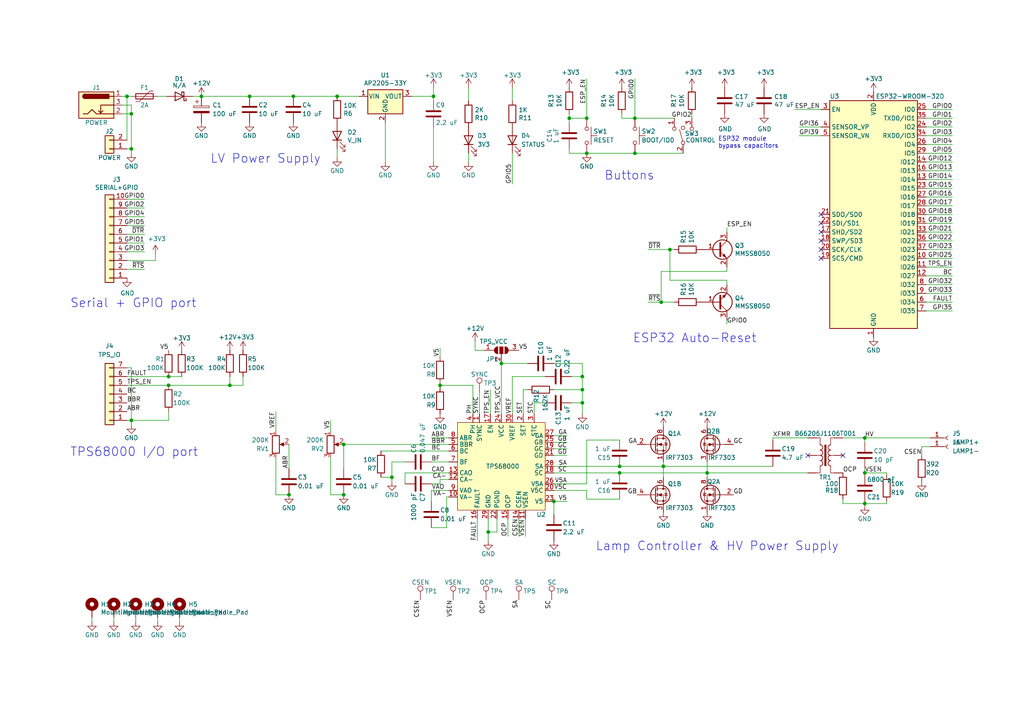
<source format=kicad_sch>
(kicad_sch (version 20211123) (generator eeschema)
  (paper "A4")
  (junction (at 141.605 154.305))
  (junction (at 48.895 111.76))
  (junction (at 38.1 121.92))
  (junction (at 97.79 27.94))
  (junction (at 168.91 113.03))
  (junction (at 66.675 111.76))
  (junction (at 168.91 109.22))
  (junction (at 192.405 135.255))
  (junction (at 179.705 135.255))
  (junction (at 38.1 33.02))
  (junction (at 160.655 145.415))
  (junction (at 170.18 44.45))
  (junction (at 83.82 143.51))
  (junction (at 72.39 27.94))
  (junction (at 205.105 137.16))
  (junction (at 250.825 146.05))
  (junction (at 85.09 27.94))
  (junction (at 99.695 128.905))
  (junction (at 125.73 27.94))
  (junction (at 127.635 111.76))
  (junction (at 170.18 34.29))
  (junction (at 179.705 137.16))
  (junction (at 113.665 138.43))
  (junction (at 191.77 87.63))
  (junction (at 184.15 34.29))
  (junction (at 194.31 72.39))
  (junction (at 184.15 44.45))
  (junction (at 165.1 34.29))
  (junction (at 250.825 127))
  (junction (at 145.415 105.41))
  (junction (at 58.42 27.94))
  (junction (at 99.695 143.51))
  (junction (at 38.1 43.18))
  (junction (at 48.895 109.22))
  (junction (at 36.83 27.94))
  (junction (at 168.91 116.84))
  (junction (at 250.825 137.16))
  (no_connect (at 244.475 132.08))
  (no_connect (at 234.315 132.08))
  (no_connect (at 238.125 62.23))
  (no_connect (at 238.125 64.77))
  (no_connect (at 238.125 67.31))
  (no_connect (at 238.125 69.85))
  (no_connect (at 238.125 74.93))
  (no_connect (at 238.125 72.39))
  (wire (pts (xy 35.56 27.94) (xy 36.83 27.94)))
  (wire (pts (xy 180.34 33.02) (xy 180.34 34.29)))
  (wire (pts (xy 257.175 146.05) (xy 250.825 146.05)))
  (wire (pts (xy 33.02 180.34) (xy 33.02 179.07)))
  (wire (pts (xy 113.665 133.985) (xy 113.665 138.43)))
  (wire (pts (xy 138.43 150.495) (xy 138.43 156.845)))
  (wire (pts (xy 276.225 69.85) (xy 268.605 69.85)))
  (wire (pts (xy 35.56 33.02) (xy 38.1 33.02)))
  (wire (pts (xy 99.695 135.89) (xy 99.695 128.905)))
  (wire (pts (xy 36.83 75.565) (xy 45.085 75.565)))
  (wire (pts (xy 187.96 72.39) (xy 194.31 72.39)))
  (wire (pts (xy 36.83 62.865) (xy 41.91 62.865)))
  (wire (pts (xy 26.67 180.34) (xy 26.67 179.07)))
  (wire (pts (xy 119.38 27.94) (xy 125.73 27.94)))
  (wire (pts (xy 139.065 113.665) (xy 139.065 120.015)))
  (wire (pts (xy 244.475 144.78) (xy 244.475 146.05)))
  (wire (pts (xy 170.18 22.86) (xy 170.18 34.29)))
  (wire (pts (xy 268.605 44.45) (xy 276.225 44.45)))
  (wire (pts (xy 165.1 44.45) (xy 165.1 43.18)))
  (wire (pts (xy 142.24 113.03) (xy 142.24 120.015)))
  (wire (pts (xy 95.885 132.715) (xy 95.885 143.51)))
  (wire (pts (xy 210.82 66.04) (xy 210.82 67.31)))
  (wire (pts (xy 154.94 116.84) (xy 154.94 120.015)))
  (wire (pts (xy 268.605 52.07) (xy 276.225 52.07)))
  (wire (pts (xy 45.72 27.94) (xy 48.26 27.94)))
  (wire (pts (xy 244.475 146.05) (xy 250.825 146.05)))
  (wire (pts (xy 268.605 90.17) (xy 276.225 90.17)))
  (wire (pts (xy 224.155 127) (xy 234.315 127)))
  (wire (pts (xy 250.825 137.16) (xy 250.825 137.795)))
  (wire (pts (xy 160.655 113.03) (xy 168.91 113.03)))
  (wire (pts (xy 144.145 154.305) (xy 141.605 154.305)))
  (wire (pts (xy 150.495 150.495) (xy 150.495 155.575)))
  (wire (pts (xy 210.82 78.74) (xy 191.77 78.74)))
  (wire (pts (xy 160.655 105.41) (xy 168.91 105.41)))
  (wire (pts (xy 268.605 67.31) (xy 276.225 67.31)))
  (wire (pts (xy 210.82 92.71) (xy 210.82 93.98)))
  (wire (pts (xy 194.31 72.39) (xy 195.58 72.39)))
  (wire (pts (xy 36.83 78.105) (xy 41.91 78.105)))
  (wire (pts (xy 170.18 140.335) (xy 170.18 127.635)))
  (wire (pts (xy 129.54 153.035) (xy 129.54 144.145)))
  (wire (pts (xy 160.655 132.08) (xy 164.465 132.08)))
  (wire (pts (xy 192.405 135.255) (xy 224.155 135.255)))
  (wire (pts (xy 72.39 27.94) (xy 85.09 27.94)))
  (wire (pts (xy 165.735 109.22) (xy 168.91 109.22)))
  (wire (pts (xy 160.655 126.365) (xy 164.465 126.365)))
  (wire (pts (xy 276.225 49.53) (xy 268.605 49.53)))
  (wire (pts (xy 276.225 85.09) (xy 268.605 85.09)))
  (wire (pts (xy 160.655 145.415) (xy 160.655 149.225)))
  (wire (pts (xy 83.82 143.51) (xy 80.01 143.51)))
  (wire (pts (xy 194.31 81.28) (xy 194.31 72.39)))
  (wire (pts (xy 110.49 130.81) (xy 130.175 130.81)))
  (wire (pts (xy 257.175 137.795) (xy 257.175 137.16)))
  (wire (pts (xy 210.82 82.55) (xy 210.82 81.28)))
  (wire (pts (xy 170.18 44.45) (xy 165.1 44.45)))
  (wire (pts (xy 111.76 35.56) (xy 111.76 46.99)))
  (wire (pts (xy 192.405 135.255) (xy 192.405 138.43)))
  (wire (pts (xy 137.795 101.6) (xy 137.795 99.06)))
  (wire (pts (xy 168.91 116.84) (xy 165.735 116.84)))
  (wire (pts (xy 184.15 22.86) (xy 184.15 34.29)))
  (wire (pts (xy 137.16 120.015) (xy 137.16 111.76)))
  (wire (pts (xy 276.225 64.77) (xy 268.605 64.77)))
  (wire (pts (xy 36.83 67.945) (xy 41.91 67.945)))
  (wire (pts (xy 85.09 27.94) (xy 97.79 27.94)))
  (wire (pts (xy 179.705 137.16) (xy 205.105 137.16)))
  (wire (pts (xy 205.105 133.985) (xy 205.105 137.16)))
  (wire (pts (xy 45.085 75.565) (xy 45.085 73.66)))
  (wire (pts (xy 38.1 121.92) (xy 38.1 123.19)))
  (wire (pts (xy 165.1 34.29) (xy 170.18 34.29)))
  (wire (pts (xy 148.59 44.45) (xy 148.59 53.34)))
  (wire (pts (xy 160.655 137.16) (xy 179.705 137.16)))
  (wire (pts (xy 148.59 120.015) (xy 148.59 109.22)))
  (wire (pts (xy 268.605 62.23) (xy 276.225 62.23)))
  (wire (pts (xy 268.605 31.75) (xy 276.225 31.75)))
  (wire (pts (xy 276.225 54.61) (xy 268.605 54.61)))
  (wire (pts (xy 48.895 109.22) (xy 52.705 109.22)))
  (wire (pts (xy 268.605 57.15) (xy 276.225 57.15)))
  (wire (pts (xy 231.775 39.37) (xy 238.125 39.37)))
  (wire (pts (xy 158.115 116.84) (xy 154.94 116.84)))
  (wire (pts (xy 276.225 59.69) (xy 268.605 59.69)))
  (wire (pts (xy 170.18 144.78) (xy 179.705 144.78)))
  (wire (pts (xy 127.635 111.125) (xy 127.635 111.76)))
  (wire (pts (xy 205.105 137.16) (xy 205.105 138.43)))
  (wire (pts (xy 113.665 133.985) (xy 117.475 133.985)))
  (wire (pts (xy 97.79 27.94) (xy 104.14 27.94)))
  (wire (pts (xy 151.765 113.03) (xy 153.035 113.03)))
  (wire (pts (xy 148.59 109.22) (xy 158.115 109.22)))
  (wire (pts (xy 110.49 138.43) (xy 113.665 138.43)))
  (wire (pts (xy 231.775 36.83) (xy 238.125 36.83)))
  (wire (pts (xy 268.605 46.99) (xy 276.225 46.99)))
  (wire (pts (xy 268.605 82.55) (xy 276.225 82.55)))
  (wire (pts (xy 276.225 34.29) (xy 268.605 34.29)))
  (wire (pts (xy 191.77 78.74) (xy 191.77 87.63)))
  (wire (pts (xy 55.88 27.94) (xy 58.42 27.94)))
  (wire (pts (xy 70.485 111.76) (xy 70.485 109.22)))
  (wire (pts (xy 160.655 128.27) (xy 164.465 128.27)))
  (wire (pts (xy 151.765 120.015) (xy 151.765 113.03)))
  (wire (pts (xy 39.37 180.34) (xy 39.37 179.07)))
  (wire (pts (xy 269.875 129.54) (xy 267.335 129.54)))
  (wire (pts (xy 66.675 111.76) (xy 70.485 111.76)))
  (wire (pts (xy 38.1 44.45) (xy 38.1 43.18)))
  (wire (pts (xy 205.105 137.16) (xy 234.315 137.16)))
  (wire (pts (xy 125.095 140.335) (xy 127.635 140.335)))
  (wire (pts (xy 165.1 33.02) (xy 165.1 34.29)))
  (wire (pts (xy 117.475 137.16) (xy 117.475 140.335)))
  (wire (pts (xy 179.705 135.255) (xy 192.405 135.255)))
  (wire (pts (xy 130.175 142.24) (xy 125.095 142.24)))
  (wire (pts (xy 41.91 60.325) (xy 36.83 60.325)))
  (wire (pts (xy 250.825 127) (xy 250.825 128.27)))
  (wire (pts (xy 36.83 70.485) (xy 41.91 70.485)))
  (wire (pts (xy 127.635 111.76) (xy 127.635 112.395)))
  (wire (pts (xy 257.175 137.16) (xy 250.825 137.16)))
  (wire (pts (xy 36.83 109.22) (xy 48.895 109.22)))
  (wire (pts (xy 250.825 135.89) (xy 250.825 137.16)))
  (wire (pts (xy 36.83 111.76) (xy 48.895 111.76)))
  (wire (pts (xy 224.155 127) (xy 224.155 127.635)))
  (wire (pts (xy 141.605 150.495) (xy 141.605 154.305)))
  (wire (pts (xy 250.825 145.415) (xy 250.825 146.05)))
  (wire (pts (xy 66.675 109.22) (xy 66.675 111.76)))
  (wire (pts (xy 125.095 133.985) (xy 130.175 133.985)))
  (wire (pts (xy 125.73 46.99) (xy 125.73 36.83)))
  (wire (pts (xy 230.505 31.75) (xy 238.125 31.75)))
  (wire (pts (xy 145.415 120.015) (xy 145.415 105.41)))
  (wire (pts (xy 141.605 154.305) (xy 141.605 156.845)))
  (wire (pts (xy 38.1 43.18) (xy 38.1 33.02)))
  (wire (pts (xy 36.83 27.94) (xy 36.83 40.64)))
  (wire (pts (xy 276.225 80.01) (xy 268.605 80.01)))
  (wire (pts (xy 148.59 25.4) (xy 148.59 29.21)))
  (wire (pts (xy 276.225 74.93) (xy 268.605 74.93)))
  (wire (pts (xy 125.73 29.21) (xy 125.73 27.94)))
  (wire (pts (xy 170.18 127.635) (xy 179.705 127.635)))
  (wire (pts (xy 170.18 142.24) (xy 170.18 144.78)))
  (wire (pts (xy 184.15 44.45) (xy 170.18 44.45)))
  (wire (pts (xy 36.83 57.785) (xy 41.91 57.785)))
  (wire (pts (xy 160.655 142.24) (xy 170.18 142.24)))
  (wire (pts (xy 125.095 127) (xy 130.175 127)))
  (wire (pts (xy 80.01 132.715) (xy 80.01 143.51)))
  (wire (pts (xy 38.1 106.68) (xy 38.1 121.92)))
  (wire (pts (xy 276.225 39.37) (xy 268.605 39.37)))
  (wire (pts (xy 268.605 72.39) (xy 276.225 72.39)))
  (wire (pts (xy 268.605 77.47) (xy 276.225 77.47)))
  (wire (pts (xy 268.605 87.63) (xy 276.225 87.63)))
  (wire (pts (xy 38.1 33.02) (xy 38.1 30.48)))
  (wire (pts (xy 48.895 111.76) (xy 66.675 111.76)))
  (wire (pts (xy 147.32 150.495) (xy 147.32 155.575)))
  (wire (pts (xy 113.665 138.43) (xy 113.665 139.7)))
  (wire (pts (xy 83.82 135.89) (xy 83.82 128.905)))
  (wire (pts (xy 45.72 180.34) (xy 45.72 179.07)))
  (wire (pts (xy 36.83 27.94) (xy 38.1 27.94)))
  (wire (pts (xy 168.91 109.22) (xy 168.91 113.03)))
  (wire (pts (xy 135.89 46.99) (xy 135.89 44.45)))
  (wire (pts (xy 127.635 100.965) (xy 127.635 103.505)))
  (wire (pts (xy 36.83 43.18) (xy 38.1 43.18)))
  (wire (pts (xy 160.655 135.255) (xy 179.705 135.255)))
  (wire (pts (xy 267.335 129.54) (xy 267.335 132.08)))
  (wire (pts (xy 35.56 30.48) (xy 38.1 30.48)))
  (wire (pts (xy 48.895 121.92) (xy 38.1 121.92)))
  (wire (pts (xy 268.605 41.91) (xy 276.225 41.91)))
  (wire (pts (xy 125.73 25.4) (xy 125.73 27.94)))
  (wire (pts (xy 184.15 34.29) (xy 195.58 34.29)))
  (wire (pts (xy 127.635 140.335) (xy 127.635 139.065)))
  (wire (pts (xy 168.91 120.015) (xy 168.91 116.84)))
  (wire (pts (xy 160.655 130.175) (xy 164.465 130.175)))
  (wire (pts (xy 99.695 128.905) (xy 130.175 128.905)))
  (wire (pts (xy 257.175 145.415) (xy 257.175 146.05)))
  (wire (pts (xy 165.1 34.29) (xy 165.1 35.56)))
  (wire (pts (xy 187.96 87.63) (xy 191.77 87.63)))
  (wire (pts (xy 127.635 139.065) (xy 130.175 139.065)))
  (wire (pts (xy 160.655 140.335) (xy 170.18 140.335)))
  (wire (pts (xy 160.655 145.415) (xy 164.465 145.415)))
  (wire (pts (xy 191.77 87.63) (xy 195.58 87.63)))
  (wire (pts (xy 129.54 144.145) (xy 130.175 144.145)))
  (wire (pts (xy 130.175 137.16) (xy 117.475 137.16)))
  (wire (pts (xy 200.66 33.02) (xy 200.66 34.29)))
  (wire (pts (xy 97.79 43.18) (xy 97.79 45.72)))
  (wire (pts (xy 80.01 119.38) (xy 80.01 125.095)))
  (wire (pts (xy 250.825 146.05) (xy 250.825 146.685)))
  (wire (pts (xy 210.82 77.47) (xy 210.82 78.74)))
  (wire (pts (xy 180.34 34.29) (xy 184.15 34.29)))
  (wire (pts (xy 140.335 101.6) (xy 137.795 101.6)))
  (wire (pts (xy 250.825 127) (xy 269.875 127)))
  (wire (pts (xy 152.4 150.495) (xy 152.4 155.575)))
  (wire (pts (xy 168.91 113.03) (xy 168.91 116.84)))
  (wire (pts (xy 52.07 180.34) (xy 52.07 179.07)))
  (wire (pts (xy 268.605 36.83) (xy 276.225 36.83)))
  (wire (pts (xy 192.405 133.985) (xy 192.405 135.255)))
  (wire (pts (xy 144.145 150.495) (xy 144.145 154.305)))
  (wire (pts (xy 125.095 142.24) (xy 125.095 145.415)))
  (wire (pts (xy 58.42 27.94) (xy 72.39 27.94)))
  (wire (pts (xy 210.82 81.28) (xy 194.31 81.28)))
  (wire (pts (xy 198.12 44.45) (xy 184.15 44.45)))
  (wire (pts (xy 41.91 73.025) (xy 36.83 73.025)))
  (wire (pts (xy 135.89 25.4) (xy 135.89 29.21)))
  (wire (pts (xy 41.91 65.405) (xy 36.83 65.405)))
  (wire (pts (xy 137.16 111.76) (xy 127.635 111.76)))
  (wire (pts (xy 36.83 106.68) (xy 38.1 106.68)))
  (wire (pts (xy 145.415 105.41) (xy 153.035 105.41)))
  (wire (pts (xy 48.895 119.38) (xy 48.895 121.92)))
  (wire (pts (xy 125.095 153.035) (xy 129.54 153.035)))
  (wire (pts (xy 36.83 121.92) (xy 38.1 121.92)))
  (wire (pts (xy 95.885 121.92) (xy 95.885 125.095)))
  (wire (pts (xy 244.475 127) (xy 250.825 127)))
  (wire (pts (xy 99.695 143.51) (xy 95.885 143.51)))
  (wire (pts (xy 168.91 105.41) (xy 168.91 109.22)))
  (text "ESP32 module\nbypass capacitors" (at 208.28 43.18 0) (effects (font (size 1.27 1.27)) (justify left bottom)))
  (text "Lamp Controller & HV Power Supply" (at 172.72 160.02 0) (effects (font (size 2.54 2.54)) (justify left bottom)))
  (text "TPS68000 I/O port" (at 20.32 132.715 0) (effects (font (size 2.54 2.54)) (justify left bottom)))
  (text "Serial + GPIO port" (at 20.32 89.535 0) (effects (font (size 2.54 2.54)) (justify left bottom)))
  (text "ESP32 Auto-Reset" (at 183.515 99.695 0) (effects (font (size 2.54 2.54)) (justify left bottom)))
  (text "LV Power Supply" (at 60.96 47.625 0) (effects (font (size 2.54 2.54)) (justify left bottom)))
  (text "Buttons" (at 175.26 52.5043 0) (effects (font (size 2.54 2.54)) (justify left bottom)))
  (label "GPIO5" (at 148.59 53.34 90))
  (label "GB" (at 164.465 128.27 180))
  (label "ESP_EN" (at 170.18 22.86 270))
  (label "GPIO5" (at 41.91 65.405 180))
  (label "BF" (at 125.095 133.985 0))
  (label "GPIO32" (at 276.225 82.55 180))
  (label "GPIO3" (at 276.225 39.37 180))
  (label "GA" (at 184.785 128.905 180))
  (label "SA" (at 164.465 135.255 180))
  (label "GPIO19" (at 276.225 64.77 180))
  (label "ESP_EN" (at 210.82 66.04 0))
  (label "BBR" (at 125.095 128.905 0))
  (label "SC" (at 160.02 173.99 270))
  (label "OCP" (at 140.97 173.99 270))
  (label "GPIO0" (at 41.91 57.785 180))
  (label "FAULT" (at 276.225 87.63 180))
  (label "GC" (at 212.725 128.905 0))
  (label "GPIO17" (at 276.225 59.69 180))
  (label "GPIO1" (at 276.225 34.29 180))
  (label "VREF" (at 148.59 120.015 90))
  (label "CA-" (at 129.54 139.065 180))
  (label "GC" (at 164.465 130.175 180))
  (label "VSEN" (at 152.4 155.575 90))
  (label "CSEN" (at 121.92 173.99 270))
  (label "V5A" (at 164.465 140.335 180))
  (label "GPIO15" (at 276.225 54.61 180))
  (label "FAULT" (at 36.83 109.22 0))
  (label "ESP_EN" (at 230.505 31.75 0))
  (label "GPIO25" (at 276.225 74.93 180))
  (label "GA" (at 164.465 126.365 180))
  (label "GPIO33" (at 276.225 85.09 180))
  (label "BC" (at 36.83 114.3 0))
  (label "V5" (at 95.885 121.92 270))
  (label "GPIO22" (at 276.225 69.85 180))
  (label "GPIO4" (at 276.225 41.91 180))
  (label "OCP" (at 244.475 137.16 0))
  (label "~{DTR}" (at 41.91 67.945 180))
  (label "FAULT" (at 138.43 156.845 90))
  (label "ABR" (at 125.095 127 0))
  (label "STC" (at 154.94 120.015 90))
  (label "GPI35" (at 276.225 90.17 180))
  (label "CSEN" (at 267.335 132.08 180))
  (label "BC" (at 276.225 80.01 180))
  (label "GPI36" (at 231.775 36.83 0))
  (label "GPIO0" (at 276.225 31.75 180))
  (label "V5" (at 127.635 100.965 270))
  (label "GPIO2" (at 200.66 34.29 180))
  (label "GD" (at 164.465 132.08 180))
  (label "GD" (at 212.725 143.51 0))
  (label "GPIO0" (at 184.15 22.86 270))
  (label "VSEN" (at 131.445 173.99 270))
  (label "GPIO2" (at 276.225 36.83 180))
  (label "CAO" (at 125.095 137.16 0))
  (label "SYNC" (at 139.065 120.015 90))
  (label "ABR" (at 36.83 119.38 0))
  (label "PH" (at 137.16 120.015 90))
  (label "XFMR" (at 224.155 127 0))
  (label "GPIO18" (at 276.225 62.23 180))
  (label "GPIO1" (at 41.91 70.485 180))
  (label "SET" (at 151.765 120.015 90))
  (label "GPIO14" (at 276.225 52.07 180))
  (label "CSEN" (at 150.495 155.575 90))
  (label "VAO" (at 128.905 142.24 180))
  (label "V5" (at 164.465 145.415 180))
  (label "VA-" (at 129.54 144.145 180))
  (label "GPIO16" (at 276.225 57.15 180))
  (label "TPS_EN" (at 276.225 77.47 180))
  (label "GPIO5" (at 276.225 44.45 180))
  (label "GPIO4" (at 41.91 62.865 180))
  (label "GB" (at 184.785 143.51 180))
  (label "V5" (at 48.895 101.6 180))
  (label "GPIO2" (at 41.91 60.325 180))
  (label "GPIO23" (at 276.225 72.39 180))
  (label "BC" (at 125.095 130.81 0))
  (label "TPS_VCC" (at 145.415 120.015 90))
  (label "TPS_EN" (at 142.24 113.03 270))
  (label "~{RTS}" (at 187.96 87.63 0))
  (label "ABR" (at 83.82 135.89 90))
  (label "GPIO12" (at 276.225 46.99 180))
  (label "~{DTR}" (at 187.96 72.39 0))
  (label "GPIO21" (at 276.225 67.31 180))
  (label "GPIO13" (at 276.225 49.53 180))
  (label "V5C" (at 164.465 142.24 180))
  (label "HV" (at 250.825 127 0))
  (label "GPIO0" (at 210.82 93.98 0))
  (label "TPS_EN" (at 36.83 111.76 0))
  (label "GPIO3" (at 41.91 73.025 180))
  (label "GPI39" (at 231.775 39.37 0))
  (label "SC" (at 164.465 137.16 180))
  (label "BBR" (at 36.83 116.84 0))
  (label "~{RTS}" (at 41.91 78.105 180))
  (label "VREF" (at 80.01 119.38 270))
  (label "VSEN" (at 250.825 137.16 0))
  (label "OCP" (at 147.32 155.575 90))
  (label "SA" (at 150.495 173.99 270))
  (label "V5" (at 150.495 101.6 0))
  (symbol (lib_id "Device:R") (at 267.335 135.89 180) (unit 1)
    (property "Reference" "R20" (at 272.415 137.16 0) (effects (justify left)))
    (property "Value" "392" (at 272.415 134.62 0) (effects (justify left)))
    (property "Footprint" "Resistor_SMD:R_0805_2012Metric" (effects hide))
    (property "MPN1" "RC0805FR-07392RL" (effects hide))
  )
  (symbol (lib_id "power:GND") (at 168.91 120.015 0) (unit 1)
    (property "Reference" "#PWR032" (effects hide))
    (property "Value" "GND" (at 168.91 123.825 0))
  )
  (symbol (lib_id "power:GND") (at 221.615 33.02 0) (unit 1)
    (property "Reference" "#PWR043" (effects hide))
    (property "Value" "GND" (at 221.742 37.4142 0))
  )
  (symbol (lib_id "power:+3.3V") (at 70.485 101.6 0) (unit 1)
    (property "Reference" "#PWR014" (effects hide))
    (property "Value" "+3.3V" (at 71.12 97.79 0))
  )
  (symbol (lib_id "Connector_Generic:Conn_01x07") (at 31.75 114.3 180) (unit 1)
    (property "Reference" "J4" (at 31.75 100.33 0))
    (property "Value" "TPS_IO" (at 31.75 102.87 0))
    (property "Footprint" "Connector_PinSocket_2.54mm:PinSocket_1x07_P2.54mm_Vertical" (effects hide))
  )
  (symbol (lib_id "Device:R") (at 244.475 140.97 180) (unit 1)
    (property "Reference" "R18" (at 243.205 142.24 0) (effects (justify left)))
    (property "Value" "100" (at 243.205 140.335 0) (effects (justify left)))
    (property "Footprint" "Resistor_SMD:R_0805_2012Metric" (effects hide))
    (property "MPN1" "RC0805FR-07100RL" (effects hide))
  )
  (symbol (lib_id "power:GND") (at 210.185 33.02 0) (unit 1)
    (property "Reference" "#PWR041" (effects hide))
    (property "Value" "GND" (at 210.312 37.4142 0))
  )
  (symbol (lib_id "Jumper:SolderJumper_3_Open") (at 145.415 101.6 0) (unit 1)
    (property "Reference" "JP1" (at 140.97 104.14 0) (effects (justify left)))
    (property "Value" "TPS_VCC" (at 139.065 99.06 0) (effects (justify left)))
    (property "Footprint" "Jumper:SolderJumper-3_P1.3mm_Bridged12_RoundedPad1.0x1.5mm" (effects hide))
  )
  (symbol (lib_id "Mechanical:MountingHole_Pad") (at 52.07 176.53 0) (unit 1)
    (property "Reference" "H5" (at 54.61 175.2854 0) (effects (justify left)))
    (property "Value" "MountingHole_Pad" (at 54.61 177.5968 0) (effects (justify left)))
    (property "Footprint" "MountingHole:MountingHole_2.2mm_M2_Pad_Via" (effects hide))
  )
  (symbol (lib_id "Device:C") (at 221.615 29.21 0) (unit 1)
    (property "Reference" "C18" (at 224.536 28.0416 0) (effects (justify left)))
    (property "Value" "47 uF" (at 224.536 30.353 0) (effects (justify left)))
    (property "Footprint" "Capacitor_SMD:C_0805_2012Metric" (effects hide))
    (property "MPN1" "GRM21BR60J476ME15L" (effects hide))
  )
  (symbol (lib_id "power:GND") (at 58.42 35.56 0) (unit 1)
    (property "Reference" "#PWR012" (effects hide))
    (property "Value" "GND" (at 58.42 39.37 0))
  )
  (symbol (lib_id "power:GND") (at 26.67 180.34 0) (unit 1)
    (property "Reference" "#PWR01" (effects hide))
    (property "Value" "GND" (at 26.67 184.15 0))
  )
  (symbol (lib_id "power:+3V3") (at 253.365 26.67 0) (unit 1)
    (property "Reference" "#PWR045" (effects hide))
    (property "Value" "+3V3" (at 253.365 22.86 0))
  )
  (symbol (lib_id "power:GND") (at 125.73 46.99 0) (unit 1)
    (property "Reference" "#PWR023" (effects hide))
    (property "Value" "GND" (at 125.73 50.8 0))
  )
  (symbol (lib_id "power:+12V") (at 137.795 99.06 0) (unit 1)
    (property "Reference" "#PWR027" (effects hide))
    (property "Value" "+12V" (at 137.795 95.25 0))
  )
  (symbol (lib_id "power:GND") (at 113.665 139.7 0) (unit 1)
    (property "Reference" "#PWR021" (effects hide))
    (property "Value" "GND" (at 113.665 143.51 0))
  )
  (symbol (lib_id "Device:R") (at 199.39 72.39 270) (unit 1)
    (property "Reference" "R15" (at 198.2216 70.612 0) (effects (justify right)))
    (property "Value" "10K" (at 200.533 70.612 0) (effects (justify right)))
    (property "Footprint" "Resistor_SMD:R_0805_2012Metric" (effects hide))
    (property "MPN1" "RC0805FR-0710KL" (effects hide))
  )
  (symbol (lib_id "Device:R_Potentiometer") (at 95.885 128.905 0) (unit 1)
    (property "Reference" "RV2" (at 93.98 130.1751 0) (effects (justify right)))
    (property "Value" "200K" (at 93.98 127.6351 0) (effects (justify right)))
    (property "Footprint" "Potentiometer_THT:Potentiometer_Bourns_3266W_Vertical" (effects hide))
    (property "MPN1" "3266W-1-204LF" (effects hide))
  )
  (symbol (lib_id "power:+3.3V") (at 165.1 25.4 0) (unit 1)
    (property "Reference" "#PWR031" (effects hide))
    (property "Value" "+3.3V" (at 165.481 21.0058 0))
  )
  (symbol (lib_id "Device:LED") (at 135.89 40.64 90) (unit 1)
    (property "Reference" "D3" (at 138.43 39.37 90) (effects (justify right)))
    (property "Value" "3V3" (at 138.43 41.91 90) (effects (justify right)))
    (property "Footprint" "LED_SMD:LED_0805_2012Metric" (effects hide))
    (property "MPN1" "LSM0805543V" (effects hide))
  )
  (symbol (lib_id "Device:C") (at 179.705 140.97 180) (unit 1)
    (property "Reference" "C16" (at 177.165 142.24 0) (effects (justify left)))
    (property "Value" "1 uF" (at 177.165 139.7 0) (effects (justify left)))
    (property "Footprint" "Capacitor_SMD:C_0805_2012Metric" (effects hide))
    (property "MPN1" "C2012X5R1E105M125AA" (effects hide))
  )
  (symbol (lib_id "Switch:SW_Push") (at 170.18 39.37 270) (unit 1)
    (property "Reference" "SW1" (at 172.085 38.1 90) (effects (justify left)))
    (property "Value" "RESET" (at 172.085 40.64 90) (effects (justify left)))
    (property "Footprint" "Button_Switch_SMD:SW_Push_1P1T_NO_CK_KMR2" (effects hide))
    (property "MPN1" "KMR221GLFS" (effects hide))
  )
  (symbol (lib_id "RF_Module:ESP32-WROOM-32D") (at 253.365 62.23 0) (unit 1)
    (property "Reference" "U3" (at 240.665 27.94 0) (effects (justify left)))
    (property "Value" "ESP32-WROOM-32D" (at 254 27.94 0) (effects (justify left)))
    (property "Footprint" "RF_Module:ESP32-WROOM-32" (effects hide))
    (property "Datasheet" "https://www.espressif.com/sites/default/files/documentation/esp32-wroom-32d_esp32-wroom-32u_datasheet_en.pdf" (effects hide))
    (property "MPN1" "ESP32-WROOM-32D" (effects hide))
  )
  (symbol (lib_id "Device:C") (at 125.73 33.02 0) (unit 1)
    (property "Reference" "C9" (at 126.365 30.48 0) (effects (justify left)))
    (property "Value" "2.2 uF" (at 126.365 35.56 0) (effects (justify left)))
    (property "Footprint" "Capacitor_SMD:C_0805_2012Metric" (effects hide))
    (property "MPN1" "C2012X5R1E225M125AC" (effects hide))
  )
  (symbol (lib_id "Mechanical:MountingHole_Pad") (at 39.37 176.53 0) (unit 1)
    (property "Reference" "H3" (at 41.91 175.2854 0) (effects (justify left)))
    (property "Value" "MountingHole_Pad" (at 41.91 177.5968 0) (effects (justify left)))
    (property "Footprint" "MountingHole:MountingHole_2.2mm_M2_Pad_Via" (effects hide))
  )
  (symbol (lib_id "Device:R") (at 135.89 33.02 0) (mirror y) (unit 1)
    (property "Reference" "R10" (at 137.668 34.1884 0) (effects (justify right)))
    (property "Value" "2K" (at 137.668 31.877 0) (effects (justify right)))
    (property "Footprint" "Resistor_SMD:R_0805_2012Metric" (effects hide))
    (property "MPN1" "RC0805FR-072KL" (effects hide))
  )
  (symbol (lib_id "power:+12V") (at 66.675 101.6 0) (unit 1)
    (property "Reference" "#PWR013" (effects hide))
    (property "Value" "+12V" (at 66.04 97.79 0))
  )
  (symbol (lib_id "Connector:Conn_01x01_Female") (at 274.955 129.54 0) (unit 1)
    (property "Reference" "J6" (at 276.225 128.2699 0) (effects (justify left)))
    (property "Value" "LAMP1-" (at 276.225 130.8099 0) (effects (justify left)))
    (property "Footprint" "SmartNeonPSU:SpringContact_9.9mm_5mm" (effects hide))
  )
  (symbol (lib_id "power:GND") (at 83.82 143.51 0) (unit 1)
    (property "Reference" "#PWR016" (effects hide))
    (property "Value" "GND" (at 83.82 147.32 0))
  )
  (symbol (lib_id "power:+12V") (at 205.105 123.825 0) (unit 1)
    (property "Reference" "#PWR038" (effects hide))
    (property "Value" "+12V" (at 205.105 120.015 0))
  )
  (symbol (lib_id "ClimateSprinklerController:MMSS8050") (at 208.28 87.63 0) (mirror x) (unit 1)
    (property "Reference" "Q4" (at 213.106 86.4616 0) (effects (justify left)))
    (property "Value" "MMSS8050" (at 213.106 88.773 0) (effects (justify left)))
    (property "Footprint" "Package_TO_SOT_SMD:SOT-23" (effects hide))
    (property "Datasheet" "https://www.mccsemi.com/pdf/Products/MMSS8050(SOT-23).pdf" (effects hide))
    (property "MPN1" "MMSS8050" (effects hide))
  )
  (symbol (lib_id "Device:C") (at 156.845 105.41 90) (unit 1)
    (property "Reference" "C10" (at 156.845 102.87 0) (effects (justify left)))
    (property "Value" "1 uF" (at 159.385 104.775 0) (effects (justify left)))
    (property "Footprint" "Capacitor_SMD:C_0805_2012Metric" (effects hide))
    (property "MPN1" "C2012X5R1E105M125AA" (effects hide))
  )
  (symbol (lib_id "Connector:Barrel_Jack_Switch") (at 27.94 30.48 0) (unit 1)
    (property "Reference" "J1" (at 27.94 25.4 0))
    (property "Value" "POWER" (at 27.94 35.56 0))
    (property "Footprint" "Connector_BarrelJack:BarrelJack_Horizontal" (effects hide))
  )
  (symbol (lib_id "power:GND") (at 267.335 139.7 0) (unit 1)
    (property "Reference" "#PWR047" (effects hide))
    (property "Value" "GND" (at 267.335 143.51 0))
  )
  (symbol (lib_id "power:GND") (at 141.605 156.845 0) (unit 1)
    (property "Reference" "#PWR028" (effects hide))
    (property "Value" "GND" (at 141.605 160.655 0))
  )
  (symbol (lib_id "ClimateSprinklerController:MMSS8050") (at 208.28 72.39 0) (unit 1)
    (property "Reference" "Q3" (at 213.106 71.2216 0) (effects (justify left)))
    (property "Value" "MMSS8050" (at 213.106 73.533 0) (effects (justify left)))
    (property "Footprint" "Package_TO_SOT_SMD:SOT-23" (effects hide))
    (property "Datasheet" "https://www.mccsemi.com/pdf/Products/MMSS8050(SOT-23).pdf" (effects hide))
    (property "MPN1" "MMSS8050" (effects hide))
  )
  (symbol (lib_id "Device:C") (at 83.82 139.7 0) (unit 1)
    (property "Reference" "C3" (at 86.36 138.43 0) (effects (justify left)))
    (property "Value" "0.01 uF" (at 86.36 140.97 0) (effects (justify left)))
    (property "Footprint" "Capacitor_SMD:C_0805_2012Metric" (effects hide))
    (property "MPN1" "CC0805JRX7R8BB103" (effects hide))
  )
  (symbol (lib_id "Transformer:TRANSF5") (at 239.395 132.08 0) (unit 1)
    (property "Reference" "TR1" (at 239.395 138.43 0))
    (property "Value" "B66206J1106T001" (at 239.395 125.73 0))
    (property "Footprint" "SmartNeonPSU:B66206J1106T001" (effects hide))
    (property "MPN1" "B66206J1106T001" (effects hide))
  )
  (symbol (lib_id "Device:R") (at 66.675 105.41 0) (unit 1)
    (property "Reference" "R4" (at 62.865 104.14 0) (effects (justify left)))
    (property "Value" "100K" (at 60.325 106.68 0) (effects (justify left)))
    (property "Footprint" "Resistor_SMD:R_0805_2012Metric" (effects hide))
    (property "MPN1" "RC0805FR-07100KL" (effects hide))
    (property "Population" "DNP" (effects hide))
  )
  (symbol (lib_id "power:+3.3V") (at 148.59 25.4 0) (unit 1)
    (property "Reference" "#PWR029" (effects hide))
    (property "Value" "+3.3V" (at 148.59 21.844 0))
  )
  (symbol (lib_id "Device:C") (at 165.1 39.37 0) (unit 1)
    (property "Reference" "C14" (at 159.385 39.37 90))
    (property "Value" "1 uF" (at 161.29 39.37 90))
    (property "Footprint" "Capacitor_SMD:C_0805_2012Metric" (effects hide))
    (property "MPN1" "C2012X5R1E105M125AA" (effects hide))
  )
  (symbol (lib_id "power:GND") (at 99.695 143.51 0) (unit 1)
    (property "Reference" "#PWR019" (effects hide))
    (property "Value" "GND" (at 99.695 147.32 0))
  )
  (symbol (lib_id "Regulator_Linear:AP2204R-3.3") (at 111.76 27.94 0) (unit 1)
    (property "Reference" "U1" (at 111.76 21.7932 0))
    (property "Value" "AP2205-33Y" (at 111.76 24.1046 0))
    (property "Footprint" "Package_TO_SOT_SMD:SOT-89-3" (effects hide))
    (property "Datasheet" "https://www.diodes.com/assets/Datasheets/AP2205.pdf" (effects hide))
    (property "MPN1" "AP2205-33Y" (effects hide))
  )
  (symbol (lib_id "Device:C") (at 250.825 132.08 0) (unit 1)
    (property "Reference" "C20" (at 253.365 130.81 0) (effects (justify left)))
    (property "Value" "10 pF" (at 253.365 133.35 0) (effects (justify left)))
    (property "Footprint" "Capacitor_SMD:C_1808_4520Metric_Slot" (effects hide))
    (property "MPN1" "C4520C0G3F100F" (effects hide))
  )
  (symbol (lib_id "Device:C") (at 160.655 153.035 0) (unit 1)
    (property "Reference" "C11" (at 163.195 151.765 0) (effects (justify left)))
    (property "Value" "2.2 uF" (at 163.195 154.305 0) (effects (justify left)))
    (property "Footprint" "Capacitor_SMD:C_0805_2012Metric" (effects hide))
    (property "MPN1" "C2012X5R1E225M125AC" (effects hide))
  )
  (symbol (lib_id "Mechanical:MountingHole_Pad") (at 33.02 176.53 0) (unit 1)
    (property "Reference" "H2" (at 35.56 175.2854 0) (effects (justify left)))
    (property "Value" "MountingHole_Pad" (at 35.56 177.5968 0) (effects (justify left)))
    (property "Footprint" "MountingHole:MountingHole_2.2mm_M2_Pad_Via" (effects hide))
  )
  (symbol (lib_id "power:GND") (at 160.655 156.845 0) (unit 1)
    (property "Reference" "#PWR030" (effects hide))
    (property "Value" "GND" (at 160.655 160.655 0))
  )
  (symbol (lib_id "power:+3V3") (at 45.085 73.66 0) (unit 1)
    (property "Reference" "#PWR07" (effects hide))
    (property "Value" "+3V3" (at 45.466 69.2658 0))
  )
  (symbol (lib_id "Device:C") (at 250.825 141.605 0) (unit 1)
    (property "Reference" "C21" (at 251.46 144.145 0) (effects (justify left)))
    (property "Value" "6800 pF" (at 251.46 139.065 0) (effects (justify left)))
    (property "Footprint" "Capacitor_SMD:C_0805_2012Metric" (effects hide))
    (property "MPN1" "CC0805KRX7R9BB682" (effects hide))
  )
  (symbol (lib_id "power:+12V") (at 58.42 27.94 0) (unit 1)
    (property "Reference" "#PWR011" (effects hide))
    (property "Value" "+12V" (at 58.42 24.13 0))
  )
  (symbol (lib_id "power:GND") (at 45.72 180.34 0) (unit 1)
    (property "Reference" "#PWR08" (effects hide))
    (property "Value" "GND" (at 45.72 184.15 0))
  )
  (symbol (lib_id "NeonDimmablePSU:IRF7303") (at 189.865 143.51 0) (unit 2)
    (property "Reference" "Q1" (at 193.675 140.335 0) (effects (justify left)))
    (property "Value" "IRF7303" (at 193.04 147.32 0) (effects (justify left)))
    (property "Footprint" "Package_SO:SOIC-8_3.9x4.9mm_P1.27mm" (effects hide))
    (property "Datasheet" "https://www.infineon.com/dgdl/irf7303pbf.pdf?fileId=5546d462533600a4015355f1c70a1afc" (effects hide))
    (property "MPN1" "IRF7303TRPBF" (effects hide))
  )
  (symbol (lib_id "Device:LED") (at 148.59 40.64 90) (unit 1)
    (property "Reference" "D4" (at 151.13 39.37 90) (effects (justify right)))
    (property "Value" "STATUS" (at 151.13 41.91 90) (effects (justify right)))
    (property "Footprint" "LED_SMD:LED_0805_2012Metric" (effects hide))
    (property "MPN1" "APT2012EC" (effects hide))
  )
  (symbol (lib_id "Device:R") (at 127.635 107.315 180) (unit 1)
    (property "Reference" "R8" (at 126.365 108.585 0) (effects (justify left)))
    (property "Value" "10K" (at 126.365 106.045 0) (effects (justify left)))
    (property "Footprint" "Resistor_SMD:R_0805_2012Metric" (effects hide))
    (property "MPN1" "RC0805FR-0710KL" (effects hide))
  )
  (symbol (lib_id "Device:C") (at 121.285 133.985 90) (unit 1)
    (property "Reference" "C6" (at 120.015 131.445 0) (effects (justify left)))
    (property "Value" "0.047 uF" (at 122.555 131.445 0) (effects (justify left)))
    (property "Footprint" "Capacitor_SMD:C_0805_2012Metric" (effects hide))
    (property "MPN1" "CC0805JRX7R9BB473" (effects hide))
  )
  (symbol (lib_id "Device:R") (at 257.175 141.605 180) (unit 1)
    (property "Reference" "R19" (at 262.255 142.875 0) (effects (justify left)))
    (property "Value" "10K" (at 262.255 140.335 0) (effects (justify left)))
    (property "Footprint" "Resistor_SMD:R_0805_2012Metric" (effects hide))
    (property "MPN1" "RC0805FR-0710KL" (effects hide))
  )
  (symbol (lib_id "power:GND") (at 205.105 148.59 0) (unit 1)
    (property "Reference" "#PWR039" (effects hide))
    (property "Value" "GND" (at 205.105 152.4 0))
  )
  (symbol (lib_id "Device:C") (at 121.285 140.335 270) (unit 1)
    (property "Reference" "C7" (at 122.555 142.875 0) (effects (justify left)))
    (property "Value" "1000 pF" (at 120.015 142.875 0) (effects (justify left)))
    (property "Footprint" "Capacitor_SMD:C_0805_2012Metric" (effects hide))
    (property "MPN1" "CC0805KRX7R9BB102" (effects hide))
  )
  (symbol (lib_id "power:+3.3V") (at 135.89 25.4 0) (unit 1)
    (property "Reference" "#PWR025" (effects hide))
    (property "Value" "+3.3V" (at 135.89 21.844 0))
  )
  (symbol (lib_id "power:GND") (at 72.39 35.56 0) (unit 1)
    (property "Reference" "#PWR015" (effects hide))
    (property "Value" "GND" (at 72.39 39.37 0))
  )
  (symbol (lib_id "Device:C") (at 179.705 131.445 180) (unit 1)
    (property "Reference" "C15" (at 177.165 132.715 0) (effects (justify left)))
    (property "Value" "1 uF" (at 177.165 130.175 0) (effects (justify left)))
    (property "Footprint" "Capacitor_SMD:C_0805_2012Metric" (effects hide))
    (property "MPN1" "C2012X5R1E105M125AA" (effects hide))
  )
  (symbol (lib_id "Device:C") (at 125.095 149.225 0) (unit 1)
    (property "Reference" "C8" (at 127.635 147.955 0) (effects (justify left)))
    (property "Value" "0.01 uF" (at 127.635 150.495 0) (effects (justify left)))
    (property "Footprint" "Capacitor_SMD:C_0805_2012Metric" (effects hide))
    (property "MPN1" "CC0805JRX7R8BB103" (effects hide))
  )
  (symbol (lib_id "Mechanical:MountingHole_Pad") (at 45.72 176.53 0) (unit 1)
    (property "Reference" "H4" (at 48.26 175.2854 0) (effects (justify left)))
    (property "Value" "MountingHole_Pad" (at 48.26 177.5968 0) (effects (justify left)))
    (property "Footprint" "MountingHole:MountingHole_2.2mm_M2_Pad_Via" (effects hide))
  )
  (symbol (lib_id "power:GND") (at 97.79 45.72 0) (unit 1)
    (property "Reference" "#PWR018" (effects hide))
    (property "Value" "GND" (at 97.79 49.53 0))
  )
  (symbol (lib_id "Device:C_Polarized") (at 58.42 31.75 0) (unit 1)
    (property "Reference" "C1" (at 61.595 30.48 0) (effects (justify left)))
    (property "Value" "100 uF" (at 61.595 33.02 0) (effects (justify left)))
    (property "Footprint" "Capacitor_SMD:CP_Elec_5x5.3" (effects hide))
    (property "MPN1" "25SVF100M" (effects hide))
  )
  (symbol (lib_id "Device:R") (at 48.895 115.57 0) (unit 1)
    (property "Reference" "R2" (at 50.165 114.3 0) (effects (justify left)))
    (property "Value" "100K" (at 50.165 116.84 0) (effects (justify left)))
    (property "Footprint" "Resistor_SMD:R_0805_2012Metric" (effects hide))
    (property "MPN1" "RC0805FR-07100KL" (effects hide))
  )
  (symbol (lib_id "power:+3.3V") (at 221.615 25.4 0) (unit 1)
    (property "Reference" "#PWR042" (effects hide))
    (property "Value" "+3.3V" (at 221.996 21.0058 0))
  )
  (symbol (lib_id "power:GND") (at 36.83 80.645 0) (unit 1)
    (property "Reference" "#PWR03" (effects hide))
    (property "Value" "GND" (at 36.957 85.0392 0))
  )
  (symbol (lib_id "power:GND") (at 33.02 180.34 0) (unit 1)
    (property "Reference" "#PWR02" (effects hide))
    (property "Value" "GND" (at 33.02 184.15 0))
  )
  (symbol (lib_id "Device:C") (at 85.09 31.75 0) (unit 1)
    (property "Reference" "C4" (at 87.63 30.48 0) (effects (justify left)))
    (property "Value" "10 uF" (at 87.63 33.02 0) (effects (justify left)))
    (property "Footprint" "Capacitor_SMD:C_0805_2012Metric" (effects hide))
    (property "MPN1" "C2012X5R1V106K085AC" (effects hide))
  )
  (symbol (lib_id "power:GND") (at 135.89 46.99 0) (unit 1)
    (property "Reference" "#PWR026" (effects hide))
    (property "Value" "GND" (at 135.89 50.8 0))
  )
  (symbol (lib_id "SmartNeonPSU:TPS68000") (at 145.415 135.255 0) (unit 1)
    (property "Reference" "U2" (at 155.575 149.225 0) (effects (justify left)))
    (property "Value" "TPS68000" (at 140.97 135.255 0) (effects (justify left)))
    (property "Footprint" "Package_SO:TSSOP-30_4.4x7.8mm_P0.5mm" (effects hide))
    (property "MPN1" "TPS68000DBT" (effects hide))
  )
  (symbol (lib_id "Device:R") (at 97.79 31.75 0) (mirror y) (unit 1)
    (property "Reference" "R6" (at 99.568 32.9184 0) (effects (justify right)))
    (property "Value" "10K" (at 99.568 30.607 0) (effects (justify right)))
    (property "Footprint" "Resistor_SMD:R_0805_2012Metric" (effects hide))
    (property "MPN1" "RC0805FR-0710KL" (effects hide))
  )
  (symbol (lib_id "Connector:TestPoint") (at 150.495 173.99 0) (unit 1)
    (property "Reference" "TP5" (at 151.765 171.45 0) (effects (justify left)))
    (property "Value" "SA" (at 149.225 168.91 0) (effects (justify left)))
    (property "Footprint" "TestPoint:TestPoint_Pad_D1.0mm" (effects hide))
  )
  (symbol (lib_id "Device:C") (at 161.925 116.84 270) (unit 1)
    (property "Reference" "C13" (at 161.925 119.38 0) (effects (justify left)))
    (property "Value" "1 uF" (at 164.465 117.475 0) (effects (justify left)))
    (property "Footprint" "Capacitor_SMD:C_0805_2012Metric" (effects hide))
    (property "MPN1" "C2012X5R1E105M125AA" (effects hide))
  )
  (symbol (lib_id "Device:R") (at 156.845 113.03 90) (unit 1)
    (property "Reference" "R12" (at 155.575 116.84 0) (effects (justify left)))
    (property "Value" "162K" (at 158.115 119.38 0) (effects (justify left)))
    (property "Footprint" "Resistor_SMD:R_0805_2012Metric" (effects hide))
    (property "MPN1" "RC0805FR-07162KL" (effects hide))
  )
  (symbol (lib_id "power:GND") (at 127.635 120.015 0) (unit 1)
    (property "Reference" "#PWR024" (effects hide))
    (property "Value" "GND" (at 127.635 123.825 0))
  )
  (symbol (lib_id "Connector:TestPoint") (at 131.445 173.99 0) (unit 1)
    (property "Reference" "TP2" (at 132.715 171.45 0) (effects (justify left)))
    (property "Value" "VSEN" (at 128.905 168.91 0) (effects (justify left)))
    (property "Footprint" "TestPoint:TestPoint_Pad_D1.0mm" (effects hide))
  )
  (symbol (lib_id "power:GND") (at 38.1 123.19 0) (unit 1)
    (property "Reference" "#PWR05" (effects hide))
    (property "Value" "GND" (at 38.1 127 0))
  )
  (symbol (lib_id "Connector:TestPoint") (at 139.065 113.665 0) (unit 1)
    (property "Reference" "TP3" (at 140.335 111.125 0) (effects (justify left)))
    (property "Value" "SYNC" (at 136.525 108.585 0) (effects (justify left)))
    (property "Footprint" "TestPoint:TestPoint_Pad_D1.0mm" (effects hide))
  )
  (symbol (lib_id "Device:C") (at 99.695 139.7 0) (unit 1)
    (property "Reference" "C5" (at 102.235 138.43 0) (effects (justify left)))
    (property "Value" "0.01 uF" (at 102.235 140.97 0) (effects (justify left)))
    (property "Footprint" "Capacitor_SMD:C_0805_2012Metric" (effects hide))
    (property "MPN1" "CC0805JRX7R8BB103" (effects hide))
  )
  (symbol (lib_id "Device:R") (at 48.895 105.41 0) (unit 1)
    (property "Reference" "R1" (at 45.085 104.14 0) (effects (justify left)))
    (property "Value" "100K" (at 42.545 106.68 0) (effects (justify left)))
    (property "Footprint" "Resistor_SMD:R_0805_2012Metric" (effects hide))
    (property "MPN1" "RC0805FR-07100KL" (effects hide))
    (property "Population" "DNP" (effects hide))
  )
  (symbol (lib_id "Device:C") (at 72.39 31.75 0) (unit 1)
    (property "Reference" "C2" (at 74.93 30.48 0) (effects (justify left)))
    (property "Value" "10 uF" (at 74.93 33.02 0) (effects (justify left)))
    (property "Footprint" "Capacitor_SMD:C_0805_2012Metric" (effects hide))
    (property "MPN1" "C2012X5R1V106K085AC" (effects hide))
  )
  (symbol (lib_id "power:GND") (at 253.365 97.79 0) (unit 1)
    (property "Reference" "#PWR046" (effects hide))
    (property "Value" "GND" (at 253.365 101.6 0))
  )
  (symbol (lib_id "power:GND") (at 85.09 35.56 0) (unit 1)
    (property "Reference" "#PWR017" (effects hide))
    (property "Value" "GND" (at 85.09 39.37 0))
  )
  (symbol (lib_id "Mechanical:MountingHole_Pad") (at 26.67 176.53 0) (unit 1)
    (property "Reference" "H1" (at 29.21 175.2854 0) (effects (justify left)))
    (property "Value" "MountingHole_Pad" (at 29.21 177.5968 0) (effects (justify left)))
    (property "Footprint" "MountingHole:MountingHole_2.2mm_M2_Pad_Via" (effects hide))
  )
  (symbol (lib_id "Device:C") (at 224.155 131.445 0) (unit 1)
    (property "Reference" "C19" (at 226.695 130.175 0) (effects (justify left)))
    (property "Value" "4.7 uF" (at 226.695 132.715 0) (effects (justify left)))
    (property "Footprint" "Capacitor_SMD:C_0805_2012Metric" (effects hide))
    (property "MPN1" "C2012X7R1H475K125AE" (effects hide))
  )
  (symbol (lib_id "Device:R") (at 165.1 29.21 0) (unit 1)
    (property "Reference" "R13" (at 159.8422 29.21 90))
    (property "Value" "10K" (at 162.1536 29.21 90))
    (property "Footprint" "Resistor_SMD:R_0805_2012Metric" (effects hide))
    (property "MPN1" "RC0805FR-0710KL" (effects hide))
  )
  (symbol (lib_id "NeonPSU:IRF7303") (at 207.645 128.905 0) (mirror y) (unit 2)
    (property "Reference" "Q2" (at 208.915 125.095 0) (effects (justify left)))
    (property "Value" "IRF7303" (at 213.36 132.715 0) (effects (justify left)))
    (property "Footprint" "Package_SO:SOIC-8_3.9x4.9mm_P1.27mm" (effects hide))
    (property "Datasheet" "https://www.infineon.com/dgdl/irf7303pbf.pdf?fileId=5546d462533600a4015355f1c70a1afc" (effects hide))
    (property "MPN1" "IRF7303TRPBF" (effects hide))
  )
  (symbol (lib_id "Device:R") (at 52.705 105.41 0) (unit 1)
    (property "Reference" "R3" (at 53.975 104.14 0) (effects (justify left)))
    (property "Value" "100K" (at 53.975 106.68 0) (effects (justify left)))
    (property "Footprint" "Resistor_SMD:R_0805_2012Metric" (effects hide))
    (property "MPN1" "RC0805FR-07100KL" (effects hide))
  )
  (symbol (lib_id "SmartNeonPSU:IRF7303") (at 207.645 143.51 0) (mirror y) (unit 1)
    (property "Reference" "Q2" (at 208.915 139.7 0) (effects (justify left)))
    (property "Value" "IRF7303" (at 213.36 147.32 0) (effects (justify left)))
    (property "Footprint" "Package_SO:SOIC-8_3.9x4.9mm_P1.27mm" (effects hide))
    (property "Datasheet" "https://www.infineon.com/dgdl/irf7303pbf.pdf?fileId=5546d462533600a4015355f1c70a1afc" (effects hide))
    (property "MPN1" "IRF7303TRPBF" (effects hide))
  )
  (symbol (lib_id "Device:R") (at 199.39 87.63 270) (unit 1)
    (property "Reference" "R16" (at 198.2216 85.852 0) (effects (justify right)))
    (property "Value" "10K" (at 200.533 85.852 0) (effects (justify right)))
    (property "Footprint" "Resistor_SMD:R_0805_2012Metric" (effects hide))
    (property "MPN1" "RC0805FR-0710KL" (effects hide))
  )
  (symbol (lib_id "Device:D_Schottky") (at 52.07 27.94 180) (unit 1)
    (property "Reference" "D1" (at 53.34 22.86 0) (effects (justify left)))
    (property "Value" "N/A" (at 53.975 24.765 0) (effects (justify left)))
    (property "Footprint" "Diode_SMD:D_SOD-123F" (effects hide))
    (property "Datasheet" "https://www.diodes.com/assets/Datasheets/MBR230S1F.pdf" (effects hide))
    (property "MPN1" "MBR230S1F-7" (effects hide))
  )
  (symbol (lib_id "Switch:SW_Push") (at 184.15 39.37 270) (unit 1)
    (property "Reference" "SW2" (at 186.055 38.1 90) (effects (justify left)))
    (property "Value" "BOOT/IO0" (at 186.055 40.64 90) (effects (justify left)))
    (property "Footprint" "Button_Switch_SMD:SW_Push_1P1T_NO_CK_KMR2" (effects hide))
    (property "MPN1" "KMR221GLFS" (effects hide))
  )
  (symbol (lib_id "power:GND") (at 250.825 146.685 0) (unit 1)
    (property "Reference" "#PWR044" (effects hide))
    (property "Value" "GND" (at 250.825 150.495 0))
  )
  (symbol (lib_id "Connector_Generic:Conn_01x02") (at 31.75 43.18 180) (unit 1)
    (property "Reference" "J2" (at 31.75 38.1 0))
    (property "Value" "POWER" (at 31.75 45.72 0))
    (property "Footprint" "Connector_PinSocket_2.54mm:PinSocket_1x02_P2.54mm_Vertical" (effects hide))
  )
  (symbol (lib_id "power:+3.3V") (at 180.34 25.4 0) (unit 1)
    (property "Reference" "#PWR034" (effects hide))
    (property "Value" "+3.3V" (at 180.721 21.0058 0))
  )
  (symbol (lib_id "Device:R") (at 127.635 116.205 180) (unit 1)
    (property "Reference" "R9" (at 126.365 117.475 0) (effects (justify left)))
    (property "Value" "10K" (at 126.365 114.935 0) (effects (justify left)))
    (property "Footprint" "Resistor_SMD:R_0805_2012Metric" (effects hide))
    (property "MPN1" "RC0805FR-0710KL" (effects hide))
    (property "Population" "DNP" (effects hide))
  )
  (symbol (lib_id "power:GND") (at 111.76 46.99 0) (unit 1)
    (property "Reference" "#PWR020" (effects hide))
    (property "Value" "GND" (at 111.76 50.8 0))
  )
  (symbol (lib_id "power:GND") (at 52.07 180.34 0) (unit 1)
    (property "Reference" "#PWR09" (effects hide))
    (property "Value" "GND" (at 52.07 184.15 0))
  )
  (symbol (lib_id "power:GND") (at 39.37 180.34 0) (unit 1)
    (property "Reference" "#PWR06" (effects hide))
    (property "Value" "GND" (at 39.37 184.15 0))
  )
  (symbol (lib_id "Connector:TestPoint") (at 140.97 173.99 0) (unit 1)
    (property "Reference" "TP4" (at 142.24 171.45 0) (effects (justify left)))
    (property "Value" "OCP" (at 139.065 168.91 0) (effects (justify left)))
    (property "Footprint" "TestPoint:TestPoint_Pad_D1.0mm" (effects hide))
  )
  (symbol (lib_id "Device:C") (at 210.185 29.21 0) (unit 1)
    (property "Reference" "C17" (at 213.106 28.0416 0) (effects (justify left)))
    (property "Value" "47 uF" (at 213.106 30.353 0) (effects (justify left)))
    (property "Footprint" "Capacitor_SMD:C_0805_2012Metric" (effects hide))
    (property "MPN1" "GRM21BR60J476ME15L" (effects hide))
  )
  (symbol (lib_id "power:+12V") (at 192.405 123.825 0) (unit 1)
    (property "Reference" "#PWR035" (effects hide))
    (property "Value" "+12V" (at 192.405 120.015 0))
  )
  (symbol (lib_id "Device:LED") (at 97.79 39.37 90) (unit 1)
    (property "Reference" "D2" (at 100.7618 38.3794 90) (effects (justify right)))
    (property "Value" "V_IN" (at 100.7618 40.6908 90) (effects (justify right)))
    (property "Footprint" "LED_SMD:LED_0805_2012Metric" (effects hide))
    (property "MPN1" "LSM0805543V" (effects hide))
  )
  (symbol (lib_id "Device:R") (at 70.485 105.41 0) (unit 1)
    (property "Reference" "R5" (at 71.755 104.14 0) (effects (justify left)))
    (property "Value" "100K" (at 71.755 106.68 0) (effects (justify left)))
    (property "Footprint" "Resistor_SMD:R_0805_2012Metric" (effects hide))
    (property "MPN1" "RC0805FR-07100KL" (effects hide))
    (property "Population" "DNP" (effects hide))
  )
  (symbol (lib_id "Device:R") (at 200.66 29.21 0) (unit 1)
    (property "Reference" "R17" (at 195.4022 29.21 90))
    (property "Value" "10K" (at 197.7136 29.21 90))
    (property "Footprint" "Resistor_SMD:R_0805_2012Metric" (effects hide))
    (property "MPN1" "RC0805FR-0710KL" (effects hide))
  )
  (symbol (lib_id "Device:R") (at 148.59 33.02 0) (mirror y) (unit 1)
    (property "Reference" "R11" (at 150.368 34.1884 0) (effects (justify right)))
    (property "Value" "1K" (at 150.368 31.877 0) (effects (justify right)))
    (property "Footprint" "Resistor_SMD:R_0805_2012Metric" (effects hide))
    (property "MPN1" "RC0805FR-071KL" (effects hide))
  )
  (symbol (lib_id "Device:Polyfuse") (at 41.91 27.94 270) (unit 1)
    (property "Reference" "F1" (at 41.91 25.4 90))
    (property "Value" "2A" (at 41.91 30.48 90))
    (property "Footprint" "Fuse:Fuse_2920_7451Metric" (effects hide))
    (property "Datasheet" "http://m.littelfuse.com/~/media/electronics/datasheets/resettable_ptcs/littelfuse_ptc_2920l_datasheet.pdf.pdf" (effects hide))
    (property "MPN1" "2920L030DR" (effects hide))
  )
  (symbol (lib_id "power:+3.3V") (at 52.705 101.6 0) (unit 1)
    (property "Reference" "#PWR010" (effects hide))
    (property "Value" "+3.3V" (at 52.705 98.044 0))
  )
  (symbol (lib_id "power:+3.3V") (at 200.66 25.4 0) (unit 1)
    (property "Reference" "#PWR037" (effects hide))
    (property "Value" "+3.3V" (at 201.041 21.0058 0))
  )
  (symbol (lib_id "Device:R_Potentiometer") (at 80.01 128.905 0) (unit 1)
    (property "Reference" "RV1" (at 78.105 130.1751 0) (effects (justify right)))
    (property "Value" "200K" (at 78.105 127.6351 0) (effects (justify right)))
    (property "Footprint" "Potentiometer_THT:Potentiometer_Bourns_3266W_Vertical" (effects hide))
    (property "MPN1" "3266W-1-204LF" (effects hide))
  )
  (symbol (lib_id "power:GND") (at 192.405 148.59 0) (unit 1)
    (property "Reference" "#PWR036" (effects hide))
    (property "Value" "GND" (at 192.405 152.4 0))
  )
  (symbol (lib_id "Connector:Conn_01x01_Female") (at 274.955 127 0) (unit 1)
    (property "Reference" "J5" (at 276.225 125.7299 0) (effects (justify left)))
    (property "Value" "LAMP1+" (at 276.225 128.2699 0) (effects (justify left)))
    (property "Footprint" "SmartNeonPSU:SpringContact_9.9mm_5mm" (effects hide))
  )
  (symbol (lib_id "power:GND") (at 38.1 44.45 0) (unit 1)
    (property "Reference" "#PWR04" (effects hide))
    (property "Value" "GND" (at 38.1 48.26 0))
  )
  (symbol (lib_id "Switch:SW_SPDT_MSM") (at 198.12 39.37 90) (unit 1)
    (property "Reference" "SW3" (at 200.66 38.735 90))
    (property "Value" "CONTROL" (at 203.2 40.64 90))
    (property "Footprint" "SmartNeonPSU:E-Switch_R1966A‎_7mm_RA" (effects hide))
    (property "MPN1" "R1966IBLKBLKHR" (effects hide))
  )
  (symbol (lib_id "Connector_Generic:Conn_01x10") (at 31.75 70.485 180) (unit 1)
    (property "Reference" "J3" (at 33.8328 52.07 0))
    (property "Value" "SERIAL+GPIO" (at 33.8328 54.3814 0))
    (property "Footprint" "Connector_PinSocket_2.54mm:PinSocket_1x10_P2.54mm_Vertical" (effects hide))
  )
  (symbol (lib_id "power:GND") (at 170.18 44.45 0) (unit 1)
    (property "Reference" "#PWR033" (effects hide))
    (property "Value" "GND" (at 170.18 48.26 0))
  )
  (symbol (lib_id "power:+3.3V") (at 210.185 25.4 0) (unit 1)
    (property "Reference" "#PWR040" (effects hide))
    (property "Value" "+3.3V" (at 210.566 21.0058 0))
  )
  (symbol (lib_id "Device:R") (at 110.49 134.62 180) (unit 1)
    (property "Reference" "R7" (at 109.22 135.89 0) (effects (justify left)))
    (property "Value" "10K" (at 109.22 133.35 0) (effects (justify left)))
    (property "Footprint" "Resistor_SMD:R_0805_2012Metric" (effects hide))
    (property "MPN1" "RC0805FR-0710KL" (effects hide))
  )
  (symbol (lib_id "Device:R") (at 180.34 29.21 0) (unit 1)
    (property "Reference" "R14" (at 175.0822 29.21 90))
    (property "Value" "10K" (at 177.3936 29.21 90))
    (property "Footprint" "Resistor_SMD:R_0805_2012Metric" (effects hide))
    (property "MPN1" "RC0805FR-0710KL" (effects hide))
  )
  (symbol (lib_id "Connector:TestPoint") (at 121.92 173.99 0) (unit 1)
    (property "Reference" "TP1" (at 123.19 171.45 0) (effects (justify left)))
    (property "Value" "CSEN" (at 119.38 168.91 0) (effects (justify left)))
    (property "Footprint" "TestPoint:TestPoint_Pad_D1.0mm" (effects hide))
  )
  (symbol (lib_id "power:+3.3V") (at 125.73 25.4 0) (unit 1)
    (property "Reference" "#PWR022" (effects hide))
    (property "Value" "+3.3V" (at 125.73 21.844 0))
  )
  (symbol (lib_id "Connector:TestPoint") (at 160.02 173.99 0) (unit 1)
    (property "Reference" "TP6" (at 161.29 171.45 0) (effects (justify left)))
    (property "Value" "SC" (at 158.75 168.91 0) (effects (justify left)))
    (property "Footprint" "TestPoint:TestPoint_Pad_D1.0mm" (effects hide))
  )
  (symbol (lib_id "Device:C") (at 161.925 109.22 90) (unit 1)
    (property "Reference" "C12" (at 161.925 106.68 0) (effects (justify left)))
    (property "Value" "0.22 uF" (at 164.465 108.585 0) (effects (justify left)))
    (property "Footprint" "Capacitor_SMD:C_0805_2012Metric" (effects hide))
    (property "MPN1" "CC0805JRX7R7BB224" (effects hide))
  )
  (symbol (lib_id "SmartNeonPSU:IRF7303") (at 189.865 128.905 0) (unit 1)
    (property "Reference" "Q1" (at 193.675 125.73 0) (effects (justify left)))
    (property "Value" "IRF7303" (at 193.04 132.715 0) (effects (justify left)))
    (property "Footprint" "Package_SO:SOIC-8_3.9x4.9mm_P1.27mm" (effects hide))
    (property "Datasheet" "https://www.infineon.com/dgdl/irf7303pbf.pdf?fileId=5546d462533600a4015355f1c70a1afc" (effects hide))
    (property "MPN1" "IRF7303TRPBF" (effects hide))
  )
)
</source>
